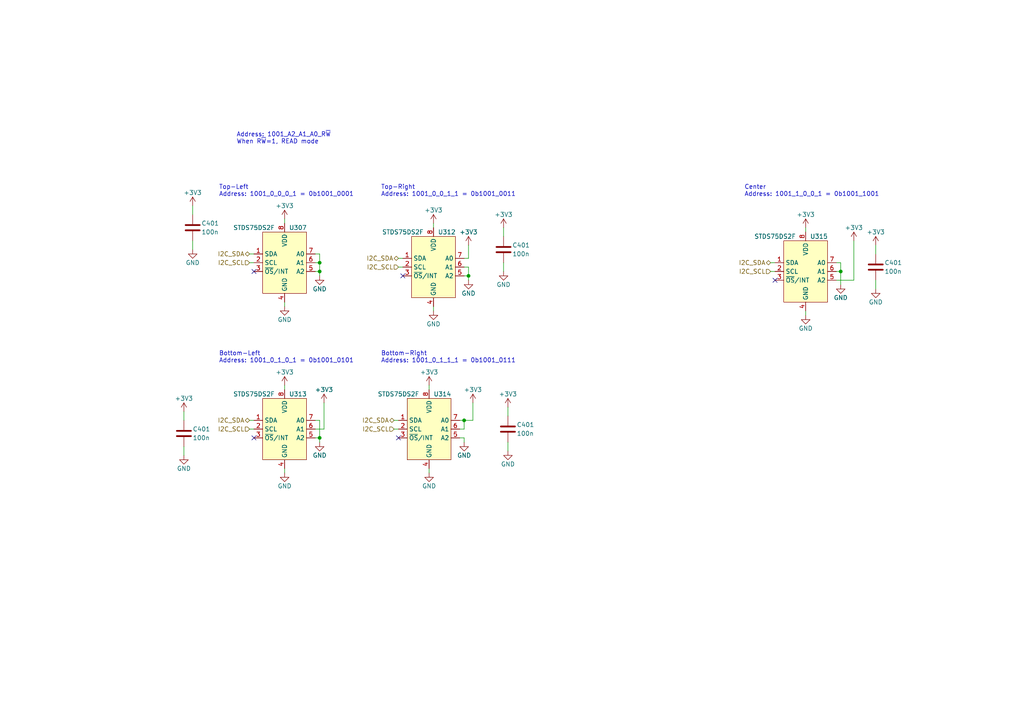
<source format=kicad_sch>
(kicad_sch (version 20230121) (generator eeschema)
  (paper "A4")
  (title_block (rev "Rev5.0"))
  (lib_symbols
    (symbol "BIRDS-X_Symbols_Lib:STDS75DS2F"
      (property "Reference" "U" (at 2.54 10.16 0))
      (property "Value" "STDS75DS2F" (at -8.89 10.16 0))
      (symbol "STDS75DS2F_1_1"
        (rectangle (start -6.35 8.89) (end 6.35 -8.89) (fill (type background)))
        (pin bidirectional line (at -8.89 2.54 0) (length 2.54) (name "SDA") (number "1"))
        (pin input line (at -8.89 0 0) (length 2.54) (name "SCL") (number "2"))
        (pin output line (at -8.89 -2.54 0) (length 2.54) (name "~{OS}/INT") (number "3"))
        (pin power_in line (at 0 -11.43 90) (length 2.54) (name "GND") (number "4"))
        (pin input line (at 8.89 -2.54 180) (length 2.54) (name "A2") (number "5"))
        (pin input line (at 8.89 0 180) (length 2.54) (name "A1") (number "6"))
        (pin input line (at 8.89 2.54 180) (length 2.54) (name "A0") (number "7"))
        (pin power_in line (at 0 11.43 270) (length 2.54) (name "VDD") (number "8"))
      )
    )
    (symbol "Device:C" (pin_numbers hide) (pin_names (offset 0.254))
      (property "Reference" "C" (at 0.635 2.54 0))
      (property "Value" "C" (at 0.635 -2.54 0))
      (symbol "C_0_1"
        (polyline (pts (xy -2.032 -0.762) (xy 2.032 -0.762)) (stroke (width 0.508)))
        (polyline (pts (xy -2.032 0.762) (xy 2.032 0.762)) (stroke (width 0.508)))
      )
      (symbol "C_1_1"
        (pin passive line (at 0 3.81 270) (length 2.794) (name "~") (number "1"))
        (pin passive line (at 0 -3.81 90) (length 2.794) (name "~") (number "2"))
      )
    )
    (symbol "power:+3V3" (power) (pin_names (offset 0))
      (property "Value" "+3V3" (at 0 3.556 0))
      (symbol "+3V3_0_1"
        (polyline (pts (xy -0.762 1.27) (xy 0 2.54)))
        (polyline (pts (xy 0 0) (xy 0 2.54)))
        (polyline (pts (xy 0 2.54) (xy 0.762 1.27)))
      )
      (symbol "+3V3_1_1"
        (pin power_in line (at 0 0 90) (length 0) hide (name "+3V3") (number "1"))
      )
    )
    (symbol "power:GND" (power) (pin_names (offset 0))
      (property "Value" "GND" (at 0 -3.81 0))
      (symbol "GND_0_1"
        (polyline (pts (xy 0 0) (xy 0 -1.27) (xy 1.27 -1.27) (xy 0 -2.54) (xy -1.27 -1.27) (xy 0 -1.27)))
      )
      (symbol "GND_1_1"
        (pin power_in line (at 0 0 270) (length 0) hide (name "GND") (number "1"))
      )
    )
  )
  (junction (at 92.71 78.74))
  (junction (at 92.71 127))
  (junction (at 92.71 76.2))
  (junction (at 243.84 78.74))
  (junction (at 134.62 121.92))
  (junction (at 135.89 80.01))
  (no_connect (at 73.66 127))
  (no_connect (at 73.66 78.74))
  (no_connect (at 115.57 127))
  (no_connect (at 116.84 80.01))
  (no_connect (at 224.79 81.28))
  (wire (pts (xy 133.35 124.46) (xy 134.62 124.46)))
  (wire (pts (xy 82.55 111.76) (xy 82.55 113.03)))
  (wire (pts (xy 55.88 59.69) (xy 55.88 62.23)))
  (wire (pts (xy 243.84 76.2) (xy 243.84 78.74)))
  (wire (pts (xy 91.44 73.66) (xy 92.71 73.66)))
  (wire (pts (xy 72.39 76.2) (xy 73.66 76.2)))
  (wire (pts (xy 146.05 66.04) (xy 146.05 68.58)))
  (wire (pts (xy 254 71.12) (xy 254 73.66)))
  (wire (pts (xy 242.57 81.28) (xy 247.65 81.28)))
  (wire (pts (xy 125.73 64.77) (xy 125.73 66.04)))
  (wire (pts (xy 135.89 74.93) (xy 135.89 71.12)))
  (wire (pts (xy 92.71 121.92) (xy 92.71 127)))
  (wire (pts (xy 92.71 73.66) (xy 92.71 76.2)))
  (wire (pts (xy 72.39 124.46) (xy 73.66 124.46)))
  (wire (pts (xy 115.57 74.93) (xy 116.84 74.93)))
  (wire (pts (xy 243.84 78.74) (xy 243.84 82.55)))
  (wire (pts (xy 91.44 124.46) (xy 93.98 124.46)))
  (wire (pts (xy 233.68 90.17) (xy 233.68 91.44)))
  (wire (pts (xy 114.3 121.92) (xy 115.57 121.92)))
  (wire (pts (xy 82.55 63.5) (xy 82.55 64.77)))
  (wire (pts (xy 223.52 78.74) (xy 224.79 78.74)))
  (wire (pts (xy 134.62 74.93) (xy 135.89 74.93)))
  (wire (pts (xy 82.55 87.63) (xy 82.55 88.9)))
  (wire (pts (xy 247.65 81.28) (xy 247.65 69.85)))
  (wire (pts (xy 242.57 76.2) (xy 243.84 76.2)))
  (wire (pts (xy 134.62 77.47) (xy 135.89 77.47)))
  (wire (pts (xy 72.39 121.92) (xy 73.66 121.92)))
  (wire (pts (xy 92.71 80.01) (xy 92.71 78.74)))
  (wire (pts (xy 135.89 81.28) (xy 135.89 80.01)))
  (wire (pts (xy 254 81.28) (xy 254 83.82)))
  (wire (pts (xy 53.34 119.38) (xy 53.34 121.92)))
  (wire (pts (xy 223.52 76.2) (xy 224.79 76.2)))
  (wire (pts (xy 135.89 80.01) (xy 134.62 80.01)))
  (wire (pts (xy 92.71 78.74) (xy 91.44 78.74)))
  (wire (pts (xy 93.98 124.46) (xy 93.98 116.84)))
  (wire (pts (xy 125.73 88.9) (xy 125.73 90.17)))
  (wire (pts (xy 134.62 127) (xy 133.35 127)))
  (wire (pts (xy 72.39 73.66) (xy 73.66 73.66)))
  (wire (pts (xy 137.16 116.84) (xy 137.16 121.92)))
  (wire (pts (xy 124.46 111.76) (xy 124.46 113.03)))
  (wire (pts (xy 92.71 127) (xy 91.44 127)))
  (wire (pts (xy 133.35 121.92) (xy 134.62 121.92)))
  (wire (pts (xy 242.57 78.74) (xy 243.84 78.74)))
  (wire (pts (xy 134.62 128.27) (xy 134.62 127)))
  (wire (pts (xy 82.55 135.89) (xy 82.55 137.16)))
  (wire (pts (xy 91.44 121.92) (xy 92.71 121.92)))
  (wire (pts (xy 147.32 118.11) (xy 147.32 120.65)))
  (wire (pts (xy 53.34 129.54) (xy 53.34 132.08)))
  (wire (pts (xy 146.05 76.2) (xy 146.05 78.74)))
  (wire (pts (xy 124.46 135.89) (xy 124.46 137.16)))
  (wire (pts (xy 114.3 124.46) (xy 115.57 124.46)))
  (wire (pts (xy 135.89 77.47) (xy 135.89 80.01)))
  (wire (pts (xy 92.71 128.27) (xy 92.71 127)))
  (wire (pts (xy 233.68 66.04) (xy 233.68 67.31)))
  (wire (pts (xy 137.16 121.92) (xy 134.62 121.92)))
  (wire (pts (xy 134.62 121.92) (xy 134.62 124.46)))
  (wire (pts (xy 55.88 69.85) (xy 55.88 72.39)))
  (wire (pts (xy 91.44 76.2) (xy 92.71 76.2)))
  (wire (pts (xy 147.32 128.27) (xy 147.32 130.81)))
  (wire (pts (xy 115.57 77.47) (xy 116.84 77.47)))
  (wire (pts (xy 92.71 76.2) (xy 92.71 78.74)))
  (text "Bottom-Right\nAddress: 1001_0_1_1_1 = 0b1001_0111" (at 110.49 105.41 0) (effects (font (size 1.27 1.27)) (justify left bottom)))
  (text "Center\nAddress: 1001_1_0_0_1 = 0b1001_1001" (at 215.9 57.15 0) (effects (font (size 1.27 1.27)) (justify left bottom)))
  (text "Top-Left\nAddress: 1001_0_0_0_1 = 0b1001_0001" (at 63.5 57.15 0) (effects (font (size 1.27 1.27)) (justify left bottom)))
  (text "Bottom-Left\nAddress: 1001_0_1_0_1 = 0b1001_0101" (at 63.5 105.41 0) (effects (font (size 1.27 1.27)) (justify left bottom)))
  (text "Address: 1001_A2_A1_A0_R~{W}\nWhen R~{W}=1, READ mode" (at 68.58 41.91 0) (effects (font (size 1.27 1.27)) (justify left bottom)))
  (text "Top-Right\nAddress: 1001_0_0_1_1 = 0b1001_0011" (at 110.49 57.15 0) (effects (font (size 1.27 1.27)) (justify left bottom)))
  (hierarchical_label "I2C_SDA" (shape bidirectional) (at 114.3 121.92 180))
  (hierarchical_label "I2C_SCL" (shape input) (at 223.52 78.74 180))
  (hierarchical_label "I2C_SDA" (shape bidirectional) (at 115.57 74.93 180))
  (hierarchical_label "I2C_SCL" (shape input) (at 72.39 124.46 180))
  (hierarchical_label "I2C_SCL" (shape input) (at 115.57 77.47 180))
  (hierarchical_label "I2C_SCL" (shape input) (at 72.39 76.2 180))
  (hierarchical_label "I2C_SDA" (shape bidirectional) (at 72.39 73.66 180))
  (hierarchical_label "I2C_SDA" (shape bidirectional) (at 72.39 121.92 180))
  (hierarchical_label "I2C_SDA" (shape bidirectional) (at 223.52 76.2 180))
  (hierarchical_label "I2C_SCL" (shape input) (at 114.3 124.46 180))
  (symbol (lib_id "power:+3V3") (at 82.55 111.76 0) (unit 1)
    (property "Reference" "#PWR0311" (effects hide))
    (property "Value" "+3V3" (at 82.55 107.95 0))
    (instances (project "BIRDS-X-PCB" (path "" (reference "#PWR0311") (unit 1)) (path "" (reference "#PWR01108") (unit 1))) (project "Project-Supernova-PCB" (path "" (reference "#PWR046") (unit 1))))
  )
  (symbol (lib_id "Device:C") (at 55.88 66.04 0) (unit 1)
    (property "Reference" "C401" (at 58.42 64.77 0) (effects (justify left)))
    (property "Value" "100n" (at 58.42 67.31 0) (effects (justify left)))
    (property "Footprint" "Capacitor_SMD:C_0603_1608Metric_Pad1.08x0.95mm_HandSolder" (effects hide))
    (instances (project "BIRDS-X-PCB" (path "" (reference "C401") (unit 1)) (path "" (reference "C1101") (unit 1))))
  )
  (symbol (lib_id "BIRDS-X_Symbols_Lib:STDS75DS2F") (at 82.55 76.2 0) (unit 1)
    (property "Reference" "U307" (at 83.82 66.04 0) (effects (justify left)))
    (property "Value" "STDS75DS2F" (at 73.66 66.04 0))
    (property "Footprint" "Package_SO:MSOP-8_3x3mm_P0.65mm" (effects hide))
    (property "Datasheet" "https://datasheet.lcsc.com/lcsc/1810231426_STMicroelectronics-STDS75DS2F_C283289.pdf" (effects hide))
    (property "LCSC" "C283289" (effects hide))
    (instances (project "BIRDS-X-PCB" (path "" (reference "U307") (unit 1)) (path "" (reference "U1101") (unit 1))) (project "Project-Supernova-PCB" (path "" (reference "U4") (unit 1))))
  )
  (symbol (lib_id "Device:C") (at 53.34 125.73 0) (unit 1)
    (property "Reference" "C401" (at 55.88 124.46 0) (effects (justify left)))
    (property "Value" "100n" (at 55.88 127 0) (effects (justify left)))
    (property "Footprint" "Capacitor_SMD:C_0603_1608Metric_Pad1.08x0.95mm_HandSolder" (effects hide))
    (instances (project "BIRDS-X-PCB" (path "" (reference "C401") (unit 1)) (path "" (reference "C1104") (unit 1))))
  )
  (symbol (lib_id "BIRDS-X_Symbols_Lib:STDS75DS2F") (at 82.55 124.46 0) (unit 1)
    (property "Reference" "U313" (at 83.82 114.3 0) (effects (justify left)))
    (property "Value" "STDS75DS2F" (at 73.66 114.3 0))
    (property "Footprint" "Package_SO:MSOP-8_3x3mm_P0.65mm" (effects hide))
    (property "Datasheet" "https://datasheet.lcsc.com/lcsc/1810231426_STMicroelectronics-STDS75DS2F_C283289.pdf" (effects hide))
    (property "LCSC" "C283289" (effects hide))
    (instances (project "BIRDS-X-PCB" (path "" (reference "U313") (unit 1)) (path "" (reference "U1103") (unit 1))) (project "Project-Supernova-PCB" (path "" (reference "U4") (unit 1))))
  )
  (symbol (lib_id "power:GND") (at 147.32 130.81 0) (unit 1)
    (property "Reference" "#PWR04" (effects hide))
    (property "Value" "GND" (at 147.32 134.62 0))
    (instances (project "RFM95-Multi-PCB" (path "" (reference "#PWR04") (unit 1))) (project "BIRDS-X-PCB" (path "" (reference "#PWR0307") (unit 1)) (path "" (reference "#PWR01125") (unit 1))) (project "Project-Supernova-PCB" (path "" (reference "#PWR019") (unit 1))))
  )
  (symbol (lib_id "power:+3V3") (at 55.88 59.69 0) (unit 1)
    (property "Reference" "#PWR0320" (effects hide))
    (property "Value" "+3V3" (at 55.88 55.88 0))
    (instances (project "BIRDS-X-PCB" (path "" (reference "#PWR0320") (unit 1)) (path "" (reference "#PWR01120") (unit 1))) (project "Project-Supernova-PCB" (path "" (reference "#PWR046") (unit 1))))
  )
  (symbol (lib_id "power:GND") (at 53.34 132.08 0) (unit 1)
    (property "Reference" "#PWR04" (effects hide))
    (property "Value" "GND" (at 53.34 135.89 0))
    (instances (project "RFM95-Multi-PCB" (path "" (reference "#PWR04") (unit 1))) (project "BIRDS-X-PCB" (path "" (reference "#PWR0307") (unit 1)) (path "" (reference "#PWR01127") (unit 1))) (project "Project-Supernova-PCB" (path "" (reference "#PWR019") (unit 1))))
  )
  (symbol (lib_id "Device:C") (at 254 77.47 0) (unit 1)
    (property "Reference" "C401" (at 256.54 76.2 0) (effects (justify left)))
    (property "Value" "100n" (at 256.54 78.74 0) (effects (justify left)))
    (property "Footprint" "Capacitor_SMD:C_0603_1608Metric_Pad1.08x0.95mm_HandSolder" (effects hide))
    (instances (project "BIRDS-X-PCB" (path "" (reference "C401") (unit 1)) (path "" (reference "C1105") (unit 1))))
  )
  (symbol (lib_id "power:GND") (at 146.05 78.74 0) (unit 1)
    (property "Reference" "#PWR04" (effects hide))
    (property "Value" "GND" (at 146.05 82.55 0))
    (instances (project "RFM95-Multi-PCB" (path "" (reference "#PWR04") (unit 1))) (project "BIRDS-X-PCB" (path "" (reference "#PWR0307") (unit 1)) (path "" (reference "#PWR01123") (unit 1))) (project "Project-Supernova-PCB" (path "" (reference "#PWR019") (unit 1))))
  )
  (symbol (lib_id "power:GND") (at 92.71 128.27 0) (unit 1)
    (property "Reference" "#PWR04" (effects hide))
    (property "Value" "GND" (at 92.71 132.08 0))
    (instances (project "RFM95-Multi-PCB" (path "" (reference "#PWR04") (unit 1))) (project "BIRDS-X-PCB" (path "" (reference "#PWR0313") (unit 1)) (path "" (reference "#PWR01110") (unit 1))) (project "Project-Supernova-PCB" (path "" (reference "#PWR019") (unit 1))))
  )
  (symbol (lib_id "power:+3V3") (at 233.68 66.04 0) (unit 1)
    (property "Reference" "#PWR0317" (effects hide))
    (property "Value" "+3V3" (at 233.68 62.23 0))
    (instances (project "BIRDS-X-PCB" (path "" (reference "#PWR0317") (unit 1)) (path "" (reference "#PWR01115") (unit 1))) (project "Project-Supernova-PCB" (path "" (reference "#PWR046") (unit 1))))
  )
  (symbol (lib_id "power:+3V3") (at 93.98 116.84 0) (unit 1)
    (property "Reference" "#PWR0321" (effects hide))
    (property "Value" "+3V3" (at 93.98 113.03 0))
    (instances (project "BIRDS-X-PCB" (path "" (reference "#PWR0321") (unit 1)) (path "" (reference "#PWR01111") (unit 1))) (project "Project-Supernova-PCB" (path "" (reference "#PWR046") (unit 1))))
  )
  (symbol (lib_id "power:GND") (at 233.68 91.44 0) (unit 1)
    (property "Reference" "#PWR04" (effects hide))
    (property "Value" "GND" (at 233.68 95.25 0))
    (instances (project "RFM95-Multi-PCB" (path "" (reference "#PWR04") (unit 1))) (project "BIRDS-X-PCB" (path "" (reference "#PWR0318") (unit 1)) (path "" (reference "#PWR01116") (unit 1))) (project "Project-Supernova-PCB" (path "" (reference "#PWR020") (unit 1))))
  )
  (symbol (lib_id "power:GND") (at 82.55 88.9 0) (unit 1)
    (property "Reference" "#PWR04" (effects hide))
    (property "Value" "GND" (at 82.55 92.71 0))
    (instances (project "RFM95-Multi-PCB" (path "" (reference "#PWR04") (unit 1))) (project "BIRDS-X-PCB" (path "" (reference "#PWR0306") (unit 1)) (path "" (reference "#PWR01102") (unit 1))) (project "Project-Supernova-PCB" (path "" (reference "#PWR020") (unit 1))))
  )
  (symbol (lib_id "power:+3V3") (at 125.73 64.77 0) (unit 1)
    (property "Reference" "#PWR0308" (effects hide))
    (property "Value" "+3V3" (at 125.73 60.96 0))
    (instances (project "BIRDS-X-PCB" (path "" (reference "#PWR0308") (unit 1)) (path "" (reference "#PWR01104") (unit 1))) (project "Project-Supernova-PCB" (path "" (reference "#PWR046") (unit 1))))
  )
  (symbol (lib_id "Device:C") (at 146.05 72.39 0) (unit 1)
    (property "Reference" "C401" (at 148.59 71.12 0) (effects (justify left)))
    (property "Value" "100n" (at 148.59 73.66 0) (effects (justify left)))
    (property "Footprint" "Capacitor_SMD:C_0603_1608Metric_Pad1.08x0.95mm_HandSolder" (effects hide))
    (instances (project "BIRDS-X-PCB" (path "" (reference "C401") (unit 1)) (path "" (reference "C1102") (unit 1))))
  )
  (symbol (lib_id "BIRDS-X_Symbols_Lib:STDS75DS2F") (at 233.68 78.74 0) (unit 1)
    (property "Reference" "U315" (at 234.95 68.58 0) (effects (justify left)))
    (property "Value" "STDS75DS2F" (at 224.79 68.58 0))
    (property "Footprint" "Package_SO:MSOP-8_3x3mm_P0.65mm" (effects hide))
    (property "Datasheet" "https://datasheet.lcsc.com/lcsc/1810231426_STMicroelectronics-STDS75DS2F_C283289.pdf" (effects hide))
    (property "LCSC" "C283289" (effects hide))
    (instances (project "BIRDS-X-PCB" (path "" (reference "U315") (unit 1)) (path "" (reference "U1105") (unit 1))) (project "Project-Supernova-PCB" (path "" (reference "U4") (unit 1))))
  )
  (symbol (lib_id "BIRDS-X_Symbols_Lib:STDS75DS2F") (at 124.46 124.46 0) (unit 1)
    (property "Reference" "U314" (at 125.73 114.3 0) (effects (justify left)))
    (property "Value" "STDS75DS2F" (at 115.57 114.3 0))
    (property "Footprint" "Package_SO:MSOP-8_3x3mm_P0.65mm" (effects hide))
    (property "Datasheet" "https://datasheet.lcsc.com/lcsc/1810231426_STMicroelectronics-STDS75DS2F_C283289.pdf" (effects hide))
    (property "LCSC" "C283289" (effects hide))
    (instances (project "BIRDS-X-PCB" (path "" (reference "U314") (unit 1)) (path "" (reference "U1104") (unit 1))) (project "Project-Supernova-PCB" (path "" (reference "U4") (unit 1))))
  )
  (symbol (lib_id "power:GND") (at 125.73 90.17 0) (unit 1)
    (property "Reference" "#PWR04" (effects hide))
    (property "Value" "GND" (at 125.73 93.98 0))
    (instances (project "RFM95-Multi-PCB" (path "" (reference "#PWR04") (unit 1))) (project "BIRDS-X-PCB" (path "" (reference "#PWR0309") (unit 1)) (path "" (reference "#PWR01105") (unit 1))) (project "Project-Supernova-PCB" (path "" (reference "#PWR020") (unit 1))))
  )
  (symbol (lib_id "power:GND") (at 55.88 72.39 0) (unit 1)
    (property "Reference" "#PWR04" (effects hide))
    (property "Value" "GND" (at 55.88 76.2 0))
    (instances (project "RFM95-Multi-PCB" (path "" (reference "#PWR04") (unit 1))) (project "BIRDS-X-PCB" (path "" (reference "#PWR0307") (unit 1)) (path "" (reference "#PWR01121") (unit 1))) (project "Project-Supernova-PCB" (path "" (reference "#PWR019") (unit 1))))
  )
  (symbol (lib_id "power:+3V3") (at 247.65 69.85 0) (unit 1)
    (property "Reference" "#PWR0317" (effects hide))
    (property "Value" "+3V3" (at 247.65 66.04 0))
    (instances (project "BIRDS-X-PCB" (path "" (reference "#PWR0317") (unit 1)) (path "" (reference "#PWR01119") (unit 1))) (project "Project-Supernova-PCB" (path "" (reference "#PWR046") (unit 1))))
  )
  (symbol (lib_id "power:GND") (at 243.84 82.55 0) (unit 1)
    (property "Reference" "#PWR04" (effects hide))
    (property "Value" "GND" (at 243.84 86.36 0))
    (instances (project "RFM95-Multi-PCB" (path "" (reference "#PWR04") (unit 1))) (project "BIRDS-X-PCB" (path "" (reference "#PWR0319") (unit 1)) (path "" (reference "#PWR01117") (unit 1))) (project "Project-Supernova-PCB" (path "" (reference "#PWR019") (unit 1))))
  )
  (symbol (lib_id "BIRDS-X_Symbols_Lib:STDS75DS2F") (at 125.73 77.47 0) (unit 1)
    (property "Reference" "U312" (at 127 67.31 0) (effects (justify left)))
    (property "Value" "STDS75DS2F" (at 116.84 67.31 0))
    (property "Footprint" "Package_SO:MSOP-8_3x3mm_P0.65mm" (effects hide))
    (property "Datasheet" "https://datasheet.lcsc.com/lcsc/1810231426_STMicroelectronics-STDS75DS2F_C283289.pdf" (effects hide))
    (property "LCSC" "C283289" (effects hide))
    (instances (project "BIRDS-X-PCB" (path "" (reference "U312") (unit 1)) (path "" (reference "U1102") (unit 1))) (project "Project-Supernova-PCB" (path "" (reference "U4") (unit 1))))
  )
  (symbol (lib_id "power:+3V3") (at 147.32 118.11 0) (unit 1)
    (property "Reference" "#PWR0320" (effects hide))
    (property "Value" "+3V3" (at 147.32 114.3 0))
    (instances (project "BIRDS-X-PCB" (path "" (reference "#PWR0320") (unit 1)) (path "" (reference "#PWR01124") (unit 1))) (project "Project-Supernova-PCB" (path "" (reference "#PWR046") (unit 1))))
  )
  (symbol (lib_id "power:GND") (at 92.71 80.01 0) (unit 1)
    (property "Reference" "#PWR04" (effects hide))
    (property "Value" "GND" (at 92.71 83.82 0))
    (instances (project "RFM95-Multi-PCB" (path "" (reference "#PWR04") (unit 1))) (project "BIRDS-X-PCB" (path "" (reference "#PWR0307") (unit 1)) (path "" (reference "#PWR01103") (unit 1))) (project "Project-Supernova-PCB" (path "" (reference "#PWR019") (unit 1))))
  )
  (symbol (lib_id "power:+3V3") (at 254 71.12 0) (unit 1)
    (property "Reference" "#PWR0320" (effects hide))
    (property "Value" "+3V3" (at 254 67.31 0))
    (instances (project "BIRDS-X-PCB" (path "" (reference "#PWR0320") (unit 1)) (path "" (reference "#PWR01128") (unit 1))) (project "Project-Supernova-PCB" (path "" (reference "#PWR046") (unit 1))))
  )
  (symbol (lib_id "power:+3V3") (at 124.46 111.76 0) (unit 1)
    (property "Reference" "#PWR0314" (effects hide))
    (property "Value" "+3V3" (at 124.46 107.95 0))
    (instances (project "BIRDS-X-PCB" (path "" (reference "#PWR0314") (unit 1)) (path "" (reference "#PWR01112") (unit 1))) (project "Project-Supernova-PCB" (path "" (reference "#PWR046") (unit 1))))
  )
  (symbol (lib_id "Device:C") (at 147.32 124.46 0) (unit 1)
    (property "Reference" "C401" (at 149.86 123.19 0) (effects (justify left)))
    (property "Value" "100n" (at 149.86 125.73 0) (effects (justify left)))
    (property "Footprint" "Capacitor_SMD:C_0603_1608Metric_Pad1.08x0.95mm_HandSolder" (effects hide))
    (instances (project "BIRDS-X-PCB" (path "" (reference "C401") (unit 1)) (path "" (reference "C1103") (unit 1))))
  )
  (symbol (lib_id "power:+3V3") (at 137.16 116.84 0) (unit 1)
    (property "Reference" "#PWR0321" (effects hide))
    (property "Value" "+3V3" (at 137.16 113.03 0))
    (instances (project "BIRDS-X-PCB" (path "" (reference "#PWR0321") (unit 1)) (path "" (reference "#PWR01118") (unit 1))) (project "Project-Supernova-PCB" (path "" (reference "#PWR046") (unit 1))))
  )
  (symbol (lib_id "power:GND") (at 124.46 137.16 0) (unit 1)
    (property "Reference" "#PWR04" (effects hide))
    (property "Value" "GND" (at 124.46 140.97 0))
    (instances (project "RFM95-Multi-PCB" (path "" (reference "#PWR04") (unit 1))) (project "BIRDS-X-PCB" (path "" (reference "#PWR0315") (unit 1)) (path "" (reference "#PWR01113") (unit 1))) (project "Project-Supernova-PCB" (path "" (reference "#PWR020") (unit 1))))
  )
  (symbol (lib_id "power:+3V3") (at 82.55 63.5 0) (unit 1)
    (property "Reference" "#PWR0305" (effects hide))
    (property "Value" "+3V3" (at 82.55 59.69 0))
    (instances (project "BIRDS-X-PCB" (path "" (reference "#PWR0305") (unit 1)) (path "" (reference "#PWR01101") (unit 1))) (project "Project-Supernova-PCB" (path "" (reference "#PWR046") (unit 1))))
  )
  (symbol (lib_id "power:+3V3") (at 135.89 71.12 0) (unit 1)
    (property "Reference" "#PWR0320" (effects hide))
    (property "Value" "+3V3" (at 135.89 67.31 0))
    (instances (project "BIRDS-X-PCB" (path "" (reference "#PWR0320") (unit 1)) (path "" (reference "#PWR01106") (unit 1))) (project "Project-Supernova-PCB" (path "" (reference "#PWR046") (unit 1))))
  )
  (symbol (lib_id "power:+3V3") (at 146.05 66.04 0) (unit 1)
    (property "Reference" "#PWR0320" (effects hide))
    (property "Value" "+3V3" (at 146.05 62.23 0))
    (instances (project "BIRDS-X-PCB" (path "" (reference "#PWR0320") (unit 1)) (path "" (reference "#PWR01122") (unit 1))) (project "Project-Supernova-PCB" (path "" (reference "#PWR046") (unit 1))))
  )
  (symbol (lib_id "power:GND") (at 254 83.82 0) (unit 1)
    (property "Reference" "#PWR04" (effects hide))
    (property "Value" "GND" (at 254 87.63 0))
    (instances (project "RFM95-Multi-PCB" (path "" (reference "#PWR04") (unit 1))) (project "BIRDS-X-PCB" (path "" (reference "#PWR0307") (unit 1)) (path "" (reference "#PWR01129") (unit 1))) (project "Project-Supernova-PCB" (path "" (reference "#PWR019") (unit 1))))
  )
  (symbol (lib_id "power:+3V3") (at 53.34 119.38 0) (unit 1)
    (property "Reference" "#PWR0320" (effects hide))
    (property "Value" "+3V3" (at 53.34 115.57 0))
    (instances (project "BIRDS-X-PCB" (path "" (reference "#PWR0320") (unit 1)) (path "" (reference "#PWR01126") (unit 1))) (project "Project-Supernova-PCB" (path "" (reference "#PWR046") (unit 1))))
  )
  (symbol (lib_id "power:GND") (at 82.55 137.16 0) (unit 1)
    (property "Reference" "#PWR04" (effects hide))
    (property "Value" "GND" (at 82.55 140.97 0))
    (instances (project "RFM95-Multi-PCB" (path "" (reference "#PWR04") (unit 1))) (project "BIRDS-X-PCB" (path "" (reference "#PWR0312") (unit 1)) (path "" (reference "#PWR01109") (unit 1))) (project "Project-Supernova-PCB" (path "" (reference "#PWR020") (unit 1))))
  )
  (symbol (lib_id "power:GND") (at 134.62 128.27 0) (unit 1)
    (property "Reference" "#PWR04" (effects hide))
    (property "Value" "GND" (at 134.62 132.08 0))
    (instances (project "RFM95-Multi-PCB" (path "" (reference "#PWR04") (unit 1))) (project "BIRDS-X-PCB" (path "" (reference "#PWR0316") (unit 1)) (path "" (reference "#PWR01114") (unit 1))) (project "Project-Supernova-PCB" (path "" (reference "#PWR019") (unit 1))))
  )
  (symbol (lib_id "power:GND") (at 135.89 81.28 0) (unit 1)
    (property "Reference" "#PWR04" (effects hide))
    (property "Value" "GND" (at 135.89 85.09 0))
    (instances (project "RFM95-Multi-PCB" (path "" (reference "#PWR04") (unit 1))) (project "BIRDS-X-PCB" (path "" (reference "#PWR0310") (unit 1)) (path "" (reference "#PWR01107") (unit 1))) (project "Project-Supernova-PCB" (path "" (reference "#PWR019") (unit 1))))
  )
)
</source>
